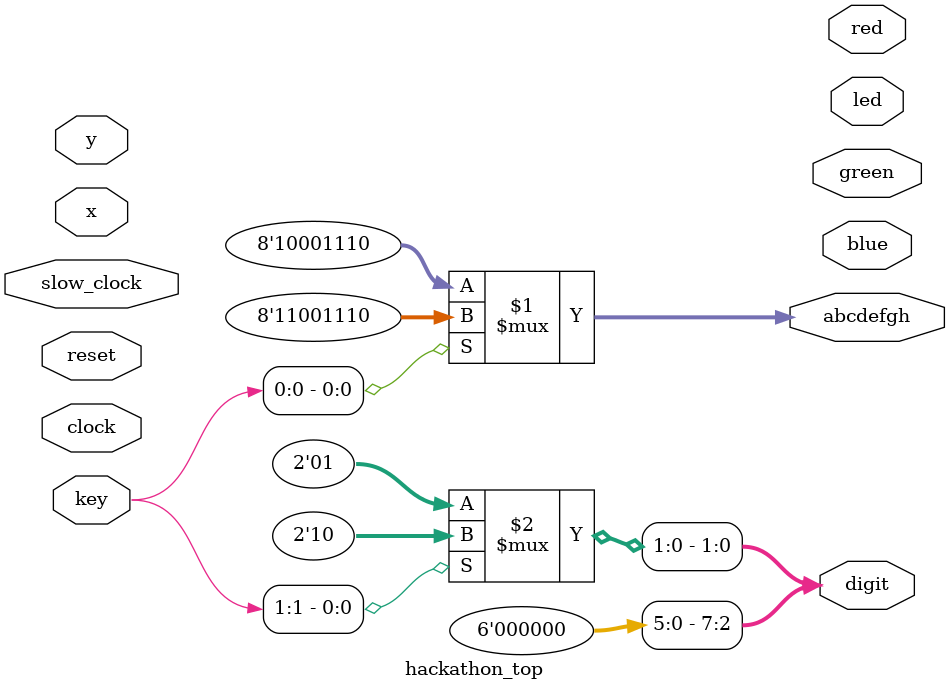
<source format=sv>

module hackathon_top
(
    input  logic       clock,
    input  logic       slow_clock,
    input  logic       reset,

    input  logic [7:0] key,
    output logic [7:0] led,

    // A dynamic seven-segment display

    output logic [7:0] abcdefgh,
    output logic [7:0] digit,

    // LCD screen interface

    input  logic [8:0] x,
    input  logic [8:0] y,

    output logic [4:0] red,
    output logic [5:0] green,
    output logic [4:0] blue
);
    //   --a--       --1--
    //  |     |     |
    //  f     b     1     0
    //  |     |     |
    //   --g--       --1--
    //  |     |     |
    //  e     c     1     0
    //  |     |     |
    //   --d--  h      0    0

    typedef enum bit [7:0]
    {
        //         abcd efgh
        F     = 8'b1000_1110,  // This means "8-bit binary number"
        P     = 8'b1100_1110,
        G     = 8'b1011_1100,
        A     = 8'b1110_1110,
        space = 8'b0000_0000
    }
    seven_seg_encoding_e;

    assign abcdefgh = key [0] ? P : F;
    assign digit    = key [1] ? 2'b10 : 2'b01;

    // Exercise 1: Display the first letters
    // of your first name and last name instead.

    // assign abcdefgh = ...
    // assign digit    = ...

    // Exercise 2: Display letters of a 4-character word
    // using this code to display letter of FPGA as an example

    /*
    seven_seg_encoding_e letter;

    always_comb
      case (key)
      4'b1000: letter = F;
      4'b0100: letter = P;
      4'b0010: letter = G;
      4'b0001: letter = A;
      default: letter = space;
      endcase

    assign abcdefgh = letter;
    assign digit    = key;
    */

endmodule

</source>
